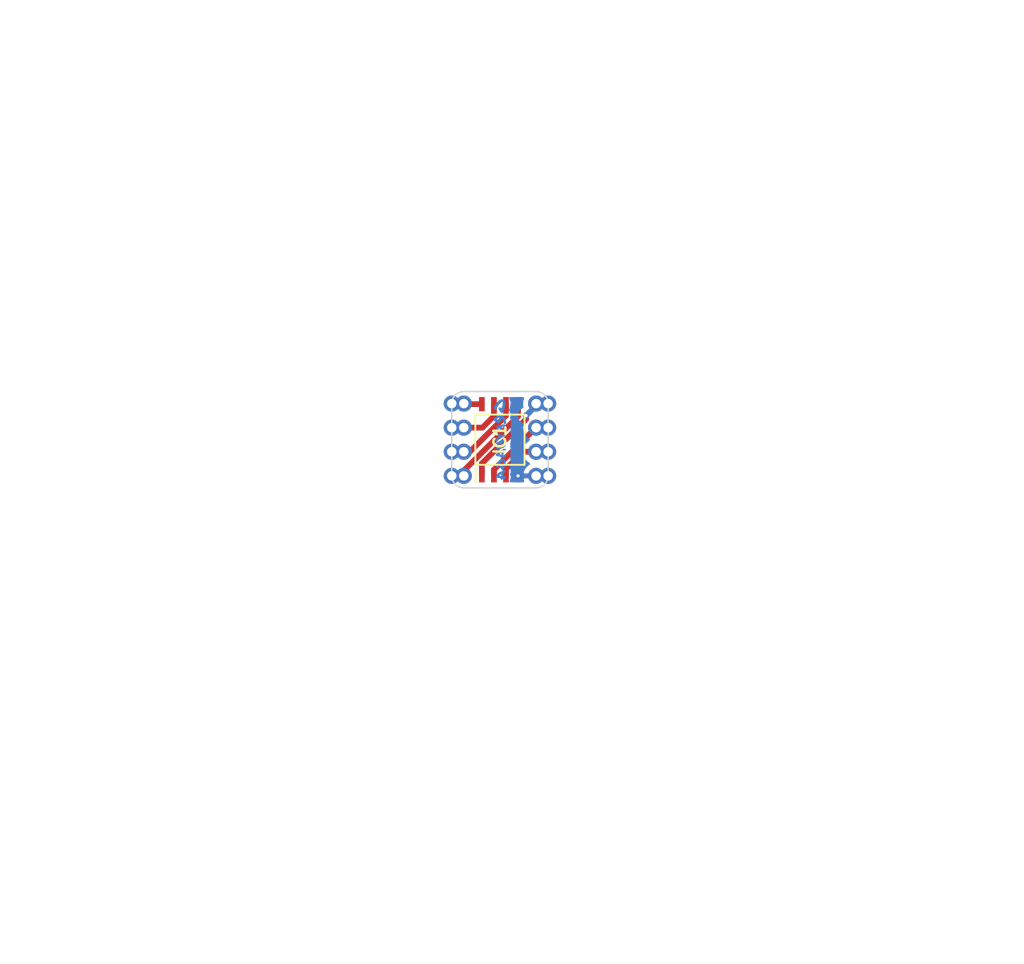
<source format=kicad_pcb>
(kicad_pcb (version 20171130) (host pcbnew 5.1.4-e60b266~84~ubuntu18.04.1)

  (general
    (thickness 1.6)
    (drawings 8)
    (tracks 25)
    (zones 0)
    (modules 4)
    (nets 9)
  )

  (page A4)
  (layers
    (0 F.Cu signal)
    (31 B.Cu signal)
    (34 B.Paste user)
    (35 F.Paste user)
    (36 B.SilkS user)
    (37 F.SilkS user)
    (38 B.Mask user)
    (39 F.Mask user)
    (44 Edge.Cuts user)
    (45 Margin user)
    (46 B.CrtYd user)
    (47 F.CrtYd user)
    (48 B.Fab user)
    (49 F.Fab user)
  )

  (setup
    (last_trace_width 0.6096)
    (user_trace_width 0.1524)
    (user_trace_width 0.2032)
    (user_trace_width 0.4)
    (user_trace_width 0.5)
    (user_trace_width 0.6096)
    (user_trace_width 0.8)
    (user_trace_width 1)
    (user_trace_width 2)
    (trace_clearance 0.2)
    (zone_clearance 0.508)
    (zone_45_only no)
    (trace_min 0.1524)
    (via_size 0.6858)
    (via_drill 0.3302)
    (via_min_size 0.508)
    (via_min_drill 0.254)
    (uvia_size 0.762)
    (uvia_drill 0.508)
    (uvias_allowed no)
    (uvia_min_size 0.762)
    (uvia_min_drill 0)
    (edge_width 0.1524)
    (segment_width 0.1524)
    (pcb_text_width 0.1524)
    (pcb_text_size 1.016 1)
    (mod_edge_width 0.1524)
    (mod_text_size 1.016 1.016)
    (mod_text_width 0.1524)
    (pad_size 1.524 1.524)
    (pad_drill 0.762)
    (pad_to_mask_clearance 0.0508)
    (solder_mask_min_width 0.101)
    (pad_to_paste_clearance -0.0762)
    (aux_axis_origin 0 0)
    (visible_elements FFFFFF7F)
    (pcbplotparams
      (layerselection 0x010fc_ffffffff)
      (usegerberextensions false)
      (usegerberattributes false)
      (usegerberadvancedattributes false)
      (creategerberjobfile false)
      (excludeedgelayer true)
      (linewidth 0.100000)
      (plotframeref false)
      (viasonmask false)
      (mode 1)
      (useauxorigin false)
      (hpglpennumber 1)
      (hpglpenspeed 20)
      (hpglpendiameter 15.000000)
      (psnegative false)
      (psa4output false)
      (plotreference true)
      (plotvalue true)
      (plotinvisibletext false)
      (padsonsilk false)
      (subtractmaskfromsilk false)
      (outputformat 1)
      (mirror false)
      (drillshape 0)
      (scaleselection 1)
      (outputdirectory "/home/greynaga/Github/Varios/Reverse-Leds/Attiny85_01/Gerbers/"))
  )

  (net 0 "")
  (net 1 GND)
  (net 2 "Net-(IC1-Pad1)")
  (net 3 "Net-(IC1-Pad2)")
  (net 4 "Net-(IC1-Pad3)")
  (net 5 "Net-(IC1-Pad5)")
  (net 6 "Net-(IC1-Pad6)")
  (net 7 "Net-(IC1-Pad7)")
  (net 8 VCC)

  (net_class Default "This is the default net class."
    (clearance 0.2)
    (trace_width 0.25)
    (via_dia 0.6858)
    (via_drill 0.3302)
    (uvia_dia 0.762)
    (uvia_drill 0.508)
    (add_net GND)
    (add_net "Net-(IC1-Pad1)")
    (add_net "Net-(IC1-Pad2)")
    (add_net "Net-(IC1-Pad3)")
    (add_net "Net-(IC1-Pad5)")
    (add_net "Net-(IC1-Pad6)")
    (add_net "Net-(IC1-Pad7)")
    (add_net VCC)
  )

  (net_class Power ""
    (clearance 0.1524)
    (trace_width 0.6096)
    (via_dia 0.6858)
    (via_drill 0.3302)
    (uvia_dia 0.762)
    (uvia_drill 0.508)
  )

  (module Charly_Plex_6_Leds_Ala_Gaviota_Moon_75mm:firma_Cu_Mask (layer B.Cu) (tedit 5CBE0047) (tstamp 5DA7EFA7)
    (at 147.955 97.155 270)
    (descr "Imported from Firma.svg")
    (tags svg2mod)
    (attr smd)
    (fp_text reference U2 (at 0 3.730995 270) (layer B.SilkS) hide
      (effects (font (size 1.524 1.524) (thickness 0.3048)) (justify mirror))
    )
    (fp_text value Firma (at 0 -3.730995 270) (layer B.SilkS) hide
      (effects (font (size 1.524 1.524) (thickness 0.3048)) (justify mirror))
    )
    (fp_poly (pts (xy -4.273799 -0.192371) (xy -4.268599 -0.157921) (xy -4.266899 -0.118301) (xy -4.14632 0.091851)
      (xy -3.982678 0.264106) (xy -3.958568 0.288226) (xy -3.939618 0.314066) (xy -3.917228 0.334736)
      (xy -3.886218 0.348516) (xy -3.782866 0.439816) (xy -3.65712 0.519056) (xy -3.526206 0.596566)
      (xy -3.405628 0.682696) (xy -3.376348 0.674096) (xy -3.352228 0.675796) (xy -3.312608 0.629286)
      (xy -3.260928 0.603446) (xy -3.210978 0.572436) (xy -3.174808 0.524206) (xy -3.186868 0.515606)
      (xy -3.181668 0.496656) (xy -3.178268 0.477706) (xy -3.193768 0.469106) (xy -3.181708 0.457046)
      (xy -3.169648 0.444986) (xy -3.174848 0.427766) (xy -3.174848 0.408816) (xy -3.267868 0.355416)
      (xy -3.374666 0.303736) (xy -3.488354 0.243446) (xy -3.602042 0.171096) (xy -3.717453 0.079796)
      (xy -3.827696 -0.027003) (xy -3.927606 -0.142414) (xy -4.006846 -0.257825) (xy -3.998246 -0.273325)
      (xy -3.987916 -0.288825) (xy -3.865615 -0.288825) (xy -3.751927 -0.295725) (xy -3.743327 -0.281945)
      (xy -3.732987 -0.269885) (xy -3.514223 -0.231985) (xy -3.307517 -0.176865) (xy -3.362637 -0.157915)
      (xy -3.362637 -0.140685) (xy -3.343687 -0.123465) (xy -3.390197 -0.082125) (xy -3.410867 -0.014945)
      (xy -3.398807 0.009166) (xy -3.410867 0.031556) (xy -3.421207 0.031556) (xy -3.424607 0.024656)
      (xy -3.428007 0.017756) (xy -3.436607 0.017756) (xy -3.428007 0.048766) (xy -3.417667 0.078046)
      (xy -3.274696 0.172786) (xy -3.219576 0.136616) (xy -3.150676 0.098716) (xy -3.076606 0.059096)
      (xy -3.005986 0.021196) (xy -2.952586 -0.013255) (xy -2.909526 -0.054595) (xy -2.868186 -0.095935)
      (xy -2.818236 -0.130384) (xy -2.814836 -0.175175) (xy -2.811436 -0.216515) (xy -2.890676 -0.316425)
      (xy -2.995751 -0.385325) (xy -3.118052 -0.435275) (xy -3.252411 -0.473175) (xy -3.391937 -0.511075)
      (xy -3.528018 -0.555865) (xy -3.577968 -0.557565) (xy -3.617588 -0.562765) (xy -3.655488 -0.569665)
      (xy -3.696828 -0.574865) (xy -3.708888 -0.578265) (xy -3.715788 -0.586865) (xy -3.777798 -0.592065)
      (xy -3.824308 -0.592065) (xy -3.874258 -0.598965) (xy -3.922488 -0.604165) (xy -4.165367 -0.493922)
      (xy -4.261827 -0.209701) (xy -4.265227 -0.199371) (xy -4.273827 -0.192471) (xy -4.273799 -0.192371)) (layer B.Mask) (width 0))
    (fp_poly (pts (xy -2.738664 -0.460743) (xy -2.315093 0.148895) (xy -2.344373 0.069655) (xy -2.192789 0.109275)
      (xy -2.042927 0.171285) (xy -2.087717 0.272915) (xy -2.163507 0.326315) (xy -2.163513 0.326315)
      (xy -2.213463 0.266025) (xy -2.268583 0.210905) (xy -2.315093 0.148895) (xy -2.738664 -0.460743)
      (xy -2.754164 -0.448683) (xy -2.769664 -0.419403) (xy -2.750714 -0.419403) (xy -2.757614 -0.350503)
      (xy -2.742114 -0.288493) (xy -2.728334 -0.229923) (xy -2.733534 -0.169633) (xy -2.721474 -0.166233)
      (xy -2.714574 -0.142113) (xy -2.712874 -0.111103) (xy -2.714574 -0.083543) (xy -2.680124 0.026701)
      (xy -2.656004 0.138666) (xy -2.633614 0.247187) (xy -2.599164 0.347097) (xy -2.549214 0.340197)
      (xy -2.513044 0.317807) (xy -2.418304 0.417717) (xy -2.335624 0.531405) (xy -2.239164 0.631315)
      (xy -2.106527 0.682995) (xy -2.013507 0.619265) (xy -1.929097 0.536585) (xy -1.903257 0.517635)
      (xy -1.875697 0.500405) (xy -1.875697 0.474565) (xy -1.836077 0.421165) (xy -1.806797 0.357435)
      (xy -1.780957 0.290255) (xy -1.753397 0.226525) (xy -1.756797 0.207575) (xy -1.753397 0.192075)
      (xy -1.748197 0.174855) (xy -1.746497 0.152465) (xy -1.806787 0.004326) (xy -1.934256 -0.086975)
      (xy -2.09273 -0.147265) (xy -2.246037 -0.200665) (xy -2.239137 -0.207565) (xy -2.233937 -0.217895)
      (xy -2.154697 -0.267845) (xy -2.101297 -0.300575) (xy -2.046177 -0.321245) (xy -1.961767 -0.341915)
      (xy -1.879087 -0.362585) (xy -1.823967 -0.374645) (xy -1.772287 -0.381545) (xy -1.698217 -0.390145)
      (xy -1.667207 -0.434935) (xy -1.649977 -0.486615) (xy -1.648277 -0.536565) (xy -1.662057 -0.572735)
      (xy -1.653457 -0.579635) (xy -1.636237 -0.579635) (xy -1.656907 -0.600305) (xy -1.674137 -0.624425)
      (xy -1.694807 -0.646815) (xy -1.722367 -0.658875) (xy -1.880842 -0.660575) (xy -2.127166 -0.581335)
      (xy -2.247744 -0.531385) (xy -2.328704 -0.488325) (xy -2.392434 -0.441815) (xy -2.459614 -0.381525)
      (xy -2.466514 -0.388425) (xy -2.471714 -0.395325) (xy -2.499274 -0.507289) (xy -2.550954 -0.59514)
      (xy -2.588854 -0.60034) (xy -2.611244 -0.61929) (xy -2.637084 -0.61759) (xy -2.652584 -0.60899)
      (xy -2.668084 -0.59865) (xy -2.695644 -0.59525) (xy -2.705984 -0.56597) (xy -2.733544 -0.55219)
      (xy -2.730144 -0.52635) (xy -2.735344 -0.505679) (xy -2.742244 -0.48501) (xy -2.738844 -0.46089)
      (xy -2.738664 -0.460743)) (layer B.Mask) (width 0))
    (fp_poly (pts (xy -0.685386 0.360913) (xy -0.685386 0.341963) (xy -0.687086 0.331633) (xy -0.687086 0.319573)
      (xy -0.683686 0.302343) (xy -0.768096 0.221383) (xy -0.869726 0.190373) (xy -0.983414 0.171423)
      (xy -1.097102 0.126633) (xy -1.138442 0.126633) (xy -1.190122 0.121433) (xy -1.215962 0.105933)
      (xy -1.246972 0.097333) (xy -1.241772 0.064602) (xy -1.236572 0.038763) (xy -1.103935 0.040463)
      (xy -0.959241 0.049063) (xy -0.960941 0.037003) (xy -0.962641 0.028403) (xy -0.938521 0.006013)
      (xy -0.914401 -0.018108) (xy -0.890281 -0.038778) (xy -0.859271 -0.043978) (xy -0.850671 -0.074988)
      (xy -0.854071 -0.107718) (xy -0.909191 -0.147338) (xy -0.967761 -0.181788) (xy -1.031491 -0.207628)
      (xy -1.105561 -0.214528) (xy -1.119341 -0.214528) (xy -1.129681 -0.209328) (xy -1.169301 -0.214528)
      (xy -1.207201 -0.219728) (xy -1.253711 -0.212828) (xy -1.300221 -0.205928) (xy -1.350171 -0.283438)
      (xy -1.389791 -0.371288) (xy -1.293331 -0.378188) (xy -1.219261 -0.372988) (xy -1.148641 -0.364388)
      (xy -1.057341 -0.360988) (xy -0.976381 -0.336868) (xy -0.888531 -0.316198) (xy -0.864411 -0.335148)
      (xy -0.845461 -0.359268) (xy -0.824791 -0.378218) (xy -0.798951 -0.385118) (xy -0.790351 -0.402348)
      (xy -0.785151 -0.419568) (xy -0.779951 -0.435068) (xy -0.764451 -0.438468) (xy -0.824741 -0.526318)
      (xy -0.900531 -0.571108) (xy -0.996991 -0.595218) (xy -1.112402 -0.615888) (xy -1.138242 -0.614188)
      (xy -1.162362 -0.610788) (xy -1.257102 -0.626288) (xy -1.369068 -0.631488) (xy -1.477588 -0.615988)
      (xy -1.561988 -0.571198) (xy -1.580938 -0.543638) (xy -1.603328 -0.517798) (xy -1.610228 -0.467848)
      (xy -1.620558 -0.411008) (xy -1.629158 -0.350718) (xy -1.625758 -0.297318) (xy -1.605088 -0.250808)
      (xy -1.593028 -0.206018) (xy -1.582688 -0.197418) (xy -1.568908 -0.190518) (xy -1.546518 -0.131948)
      (xy -1.522398 -0.078548) (xy -1.496558 -0.026868) (xy -1.470718 0.033423) (xy -1.506888 0.081653)
      (xy -1.522388 0.135053) (xy -1.530988 0.190173) (xy -1.543048 0.248743) (xy -1.501708 0.290083)
      (xy -1.446588 0.317643) (xy -1.382848 0.334873) (xy -1.310498 0.350373) (xy -1.188197 0.384823)
      (xy -1.081399 0.403773) (xy -0.971156 0.419273) (xy -0.841965 0.439943) (xy -0.812685 0.424443)
      (xy -0.797185 0.433043) (xy -0.788585 0.443373) (xy -0.745525 0.393423) (xy -0.685235 0.360693)
      (xy -0.685386 0.360913)) (layer B.Mask) (width 0))
    (fp_poly (pts (xy -0.175512 -0.157575) (xy -0.196182 -0.183415) (xy -0.213412 -0.212695) (xy -0.232362 -0.248865)
      (xy -0.258202 -0.279875) (xy -0.275432 -0.321215) (xy -0.302992 -0.353945) (xy -0.383952 -0.503807)
      (xy -0.394292 -0.534817) (xy -0.409792 -0.562377) (xy -0.416692 -0.574437) (xy -0.421892 -0.583037)
      (xy -0.425292 -0.600267) (xy -0.444242 -0.624387) (xy -0.463192 -0.643337) (xy -0.475252 -0.657117)
      (xy -0.501092 -0.667447) (xy -0.654398 -0.533089) (xy -0.652698 -0.515859) (xy -0.647498 -0.498639)
      (xy -0.640598 -0.477969) (xy -0.625098 -0.429739) (xy -0.595818 -0.386679) (xy -0.580318 -0.348779)
      (xy -0.538978 -0.267819) (xy -0.501078 -0.202359) (xy -0.478688 -0.164459) (xy -0.520028 -0.114509)
      (xy -0.559648 -0.031829) (xy -0.583768 0.038792) (xy -0.588968 0.076692) (xy -0.595868 0.109422)
      (xy -0.604468 0.147322) (xy -0.607868 0.186942) (xy -0.618198 0.211062) (xy -0.614798 0.228292)
      (xy -0.613098 0.259302) (xy -0.621698 0.300642) (xy -0.630298 0.338542) (xy -0.631998 0.379882)
      (xy -0.621658 0.417782) (xy -0.588928 0.450512) (xy -0.559648 0.452212) (xy -0.530368 0.434982)
      (xy -0.501088 0.419482) (xy -0.464918 0.402252) (xy -0.428748 0.379862) (xy -0.416688 0.355742)
      (xy -0.394298 0.336792) (xy -0.394298 0.317842) (xy -0.392598 0.298892) (xy -0.385698 0.271332)
      (xy -0.378798 0.250661) (xy -0.373598 0.204152) (xy -0.363268 0.164532) (xy -0.352938 0.124912)
      (xy -0.351238 0.080122) (xy -0.334008 0.092182) (xy -0.327108 0.097382) (xy -0.320208 0.102582)
      (xy -0.218578 0.240386) (xy -0.221978 0.257616) (xy -0.185808 0.292066) (xy -0.159968 0.317906)
      (xy -0.137578 0.343746) (xy -0.118628 0.357526) (xy 0.038124 0.464324) (xy 0.062244 0.467724)
      (xy 0.069144 0.445334) (xy 0.096704 0.410884) (xy 0.143214 0.381604) (xy 0.158714 0.371264)
      (xy 0.167314 0.345424) (xy 0.165614 0.329924) (xy 0.172514 0.312694) (xy 0.138064 0.252404)
      (xy 0.100164 0.217954) (xy 0.070884 0.192114) (xy 0.051934 0.164554) (xy 0.039874 0.150774)
      (xy -0.006636 0.095654) (xy -0.011836 0.074984) (xy -0.032506 0.074984) (xy -0.041106 0.068084)
      (xy -0.058336 0.038804) (xy -0.075556 0.016414) (xy -0.084156 0.007813) (xy -0.089356 -0.005967)
      (xy -0.094556 -0.019747) (xy -0.122116 -0.054197) (xy -0.134176 -0.078317) (xy -0.147956 -0.105877)
      (xy -0.166906 -0.131717) (xy -0.175512 -0.157575)) (layer B.Mask) (width 0))
    (fp_poly (pts (xy 0.33264 -0.295379) (xy 0.31025 -0.314329) (xy 0.29647 -0.343609) (xy 0.28441 -0.372889)
      (xy 0.26718 -0.384949) (xy 0.25685 -0.409069) (xy 0.24307 -0.431459) (xy 0.23274 -0.455579)
      (xy 0.23614 -0.484859) (xy 0.21892 -0.514139) (xy 0.21032 -0.550309) (xy 0.19654 -0.579589)
      (xy 0.15864 -0.589929) (xy 0.15694 -0.598529) (xy 0.16214 -0.610589) (xy 0.13286 -0.612289)
      (xy 0.11047 -0.620889) (xy 0.05535 -0.584719) (xy 0.01745 -0.527879) (xy -0.01183 -0.462419)
      (xy -0.03595 -0.405579) (xy -0.03425 -0.369409) (xy -0.04631 -0.338399) (xy -0.02497 -0.293239)
      (xy -0.00314 -0.247319) (xy 0.01917 -0.200649) (xy 0.04197 -0.153229) (xy 0.06525 -0.105049)
      (xy 0.08902 -0.056119) (xy 0.11327 -0.006429) (xy 0.13801 0.044012) (xy 0.16283 0.094752)
      (xy 0.18732 0.145322) (xy 0.21149 0.195732) (xy 0.23534 0.245982) (xy 0.25886 0.296072)
      (xy 0.28206 0.346002) (xy 0.30494 0.395772) (xy 0.32749 0.445372) (xy 0.405 0.409202)
      (xy 0.47562 0.364412) (xy 0.53074 0.304122) (xy 0.56002 0.230052) (xy 0.55142 0.221452)
      (xy 0.54452 0.219752) (xy 0.55142 0.207692) (xy 0.55142 0.200792) (xy 0.55142 0.190452)
      (xy 0.55662 0.174952) (xy 0.54629 0.173252) (xy 0.53595 0.173252) (xy 0.53935 0.142242)
      (xy 0.53245 0.119852) (xy 0.52385 0.099182) (xy 0.52555 0.071622) (xy 0.51695 0.068222)
      (xy 0.51355 0.063021) (xy 0.50835 0.057822) (xy 0.50145 0.057822) (xy 0.50485 -0.017969)
      (xy 0.50145 -0.095479) (xy 0.50315 -0.176439) (xy 0.51521 -0.262569) (xy 0.61339 -0.169549)
      (xy 0.67368 -0.04208) (xy 0.70985 0.109505) (xy 0.73569 0.27487) (xy 0.75981 0.31277)
      (xy 0.77531 0.35928) (xy 0.78909 0.40923) (xy 0.80632 0.45574) (xy 0.84938 0.43851)
      (xy 0.88383 0.41095) (xy 0.91656 0.38339) (xy 0.95962 0.36789) (xy 0.99752 0.31105)
      (xy 1.01991 0.25248) (xy 1.00613 0.22147) (xy 0.99753 0.18702) (xy 0.98375 0.15429)
      (xy 0.95963 0.13017) (xy 0.94585 0.04749) (xy 0.93035 -0.024861) (xy 0.91829 -0.100651)
      (xy 0.91489 -0.185051) (xy 0.88561 -0.269451) (xy 0.86149 -0.350411) (xy 0.81843 -0.403811)
      (xy 0.7857 -0.465821) (xy 0.7771 -0.469221) (xy 0.76504 -0.464021) (xy 0.76504 -0.474361)
      (xy 0.75984 -0.481261) (xy 0.75644 -0.488161) (xy 0.75984 -0.501941) (xy 0.71678 -0.531221)
      (xy 0.67544 -0.565671) (xy 0.62376 -0.586341) (xy 0.54625 -0.574281) (xy 0.420504 -0.455425)
      (xy 0.332654 -0.295228) (xy 0.33264 -0.295379)) (layer B.Mask) (width 0))
    (fp_poly (pts (xy 1.886378 -0.464189) (xy 1.388562 -0.166188) (xy 1.481582 -0.159288) (xy 1.576322 -0.143788)
      (xy 1.550482 -0.03699) (xy 1.521202 0.074977) (xy 1.510872 0.057747) (xy 1.443692 -0.023214)
      (xy 1.390292 -0.107624) (xy 1.369622 -0.138634) (xy 1.350672 -0.169644) (xy 1.369622 -0.167944)
      (xy 1.388572 -0.166244) (xy 1.388562 -0.166188) (xy 1.886378 -0.464189) (xy 1.855368 -0.524479)
      (xy 1.808858 -0.577879) (xy 1.750288 -0.615779) (xy 1.681388 -0.633009) (xy 1.650378 -0.620949)
      (xy 1.634878 -0.610619) (xy 1.624538 -0.605419) (xy 1.617638 -0.600219) (xy 1.596968 -0.591619)
      (xy 1.603868 -0.569229) (xy 1.602168 -0.548559) (xy 1.581498 -0.526169) (xy 1.571158 -0.515829)
      (xy 1.562558 -0.505498) (xy 1.533278 -0.472769) (xy 1.579788 -0.460709) (xy 1.636638 -0.429699)
      (xy 1.648698 -0.365959) (xy 1.590128 -0.364259) (xy 1.543618 -0.376319) (xy 1.479888 -0.391819)
      (xy 1.410988 -0.397019) (xy 1.385148 -0.397019) (xy 1.359308 -0.393619) (xy 1.342088 -0.390219)
      (xy 1.335188 -0.369549) (xy 1.328288 -0.362649) (xy 1.309338 -0.340259) (xy 1.305938 -0.302359)
      (xy 1.295608 -0.271349) (xy 1.280108 -0.314409) (xy 1.273208 -0.331639) (xy 1.255978 -0.335039)
      (xy 1.250778 -0.343639) (xy 1.249078 -0.352239) (xy 1.240478 -0.381519) (xy 1.233578 -0.388419)
      (xy 1.226678 -0.393619) (xy 1.218078 -0.424629) (xy 1.207738 -0.453909) (xy 1.192238 -0.498699)
      (xy 1.188838 -0.540039) (xy 1.181938 -0.558989) (xy 1.162988 -0.576219) (xy 1.142318 -0.586549)
      (xy 1.131978 -0.593449) (xy 1.123378 -0.596849) (xy 1.118178 -0.615799) (xy 1.097508 -0.619199)
      (xy 1.069948 -0.624399) (xy 1.052718 -0.626099) (xy 1.035488 -0.624399) (xy 1.006208 -0.600279)
      (xy 0.982088 -0.581329) (xy 0.964868 -0.550319) (xy 0.961468 -0.531369) (xy 0.958068 -0.514139)
      (xy 0.952868 -0.503809) (xy 0.930478 -0.483139) (xy 0.949428 -0.467639) (xy 0.951128 -0.438359)
      (xy 1.023478 -0.26955) (xy 1.104438 -0.104185) (xy 1.130278 -0.049065) (xy 1.157838 0.006056)
      (xy 1.156138 0.018116) (xy 1.159538 0.033616) (xy 1.190548 0.085296) (xy 1.214668 0.133526)
      (xy 1.242228 0.190366) (xy 1.280128 0.247206) (xy 1.307688 0.259265) (xy 1.319748 0.262666)
      (xy 1.335248 0.266066) (xy 1.361088 0.262666) (xy 1.445488 0.324676) (xy 1.519558 0.422866)
      (xy 1.536788 0.446976) (xy 1.559178 0.433196) (xy 1.583298 0.422866) (xy 1.616028 0.414266)
      (xy 1.674598 0.398766) (xy 1.719388 0.372926) (xy 1.731448 0.331586) (xy 1.736648 0.304026)
      (xy 1.745248 0.245456) (xy 1.752148 0.179996) (xy 1.765928 0.121426) (xy 1.777988 0.064586)
      (xy 1.795208 -0.016375) (xy 1.817598 -0.088725) (xy 1.834828 -0.090425) (xy 1.852048 -0.085225)
      (xy 1.874438 -0.081825) (xy 1.893388 -0.080125) (xy 1.900288 -0.097355) (xy 1.917518 -0.114585)
      (xy 1.950248 -0.124925) (xy 1.969198 -0.140425) (xy 1.982978 -0.150765) (xy 2.008818 -0.161095)
      (xy 1.995038 -0.186935) (xy 1.945088 -0.247225) (xy 1.874468 -0.293735) (xy 1.876168 -0.314405)
      (xy 1.881368 -0.333355) (xy 1.889968 -0.393645) (xy 1.889968 -0.457375) (xy 1.886378 -0.464189)) (layer B.Mask) (width 0))
    (fp_poly (pts (xy 3.223076 -0.298824) (xy 3.114555 -0.414235) (xy 2.966416 -0.481415) (xy 2.795884 -0.527925)
      (xy 2.625351 -0.581325) (xy 2.582291 -0.583025) (xy 2.547841 -0.588225) (xy 2.516831 -0.593425)
      (xy 2.482381 -0.596825) (xy 2.473781 -0.600225) (xy 2.468581 -0.607125) (xy 2.415181 -0.612325)
      (xy 2.377281 -0.612325) (xy 2.334221 -0.617525) (xy 2.296321 -0.622725) (xy 2.09306 -0.531425)
      (xy 2.0121 -0.293713) (xy 2.0087 -0.283383) (xy 2.0018 -0.278183) (xy 2.0052 -0.248903)
      (xy 2.0069 -0.217893) (xy 2.10853 -0.042193) (xy 2.244611 0.102502) (xy 2.265281 0.123172)
      (xy 2.280781 0.143842) (xy 2.299731 0.161072) (xy 2.325571 0.173132) (xy 2.411701 0.248922)
      (xy 2.516776 0.314382) (xy 2.625296 0.378112) (xy 2.725206 0.450462) (xy 2.752766 0.445262)
      (xy 2.771716 0.445262) (xy 2.804446 0.409092) (xy 2.847506 0.386702) (xy 2.888846 0.360862)
      (xy 2.918126 0.319522) (xy 2.907786 0.310922) (xy 2.912986 0.295422) (xy 2.914686 0.279922)
      (xy 2.902626 0.273022) (xy 2.912956 0.262682) (xy 2.923296 0.254082) (xy 2.918096 0.240302)
      (xy 2.918096 0.223072) (xy 2.840576 0.180012) (xy 2.752726 0.135222) (xy 2.657986 0.085272)
      (xy 2.563246 0.024982) (xy 2.468506 -0.052539) (xy 2.375486 -0.140389) (xy 2.291076 -0.236849)
      (xy 2.223896 -0.333309) (xy 2.230796 -0.347089) (xy 2.239396 -0.359149) (xy 2.341026 -0.359149)
      (xy 2.437486 -0.364349) (xy 2.444386 -0.354009) (xy 2.452986 -0.343669) (xy 2.635576 -0.312659)
      (xy 2.807831 -0.266149) (xy 2.781991 -0.257549) (xy 2.761321 -0.248949) (xy 2.761321 -0.235169)
      (xy 2.778551 -0.221389) (xy 2.738931 -0.186939) (xy 2.721701 -0.131819) (xy 2.732031 -0.111149)
      (xy 2.721701 -0.092199) (xy 2.713101 -0.092199) (xy 2.709701 -0.097399) (xy 2.708001 -0.104299)
      (xy 2.699401 -0.102599) (xy 2.706301 -0.076759) (xy 2.716641 -0.052649) (xy 2.835496 0.026592)
      (xy 2.882006 -0.004419) (xy 2.938846 -0.037149) (xy 3.000856 -0.069879) (xy 3.061146 -0.100889)
      (xy 3.104206 -0.128449) (xy 3.140376 -0.164619) (xy 3.174826 -0.199069) (xy 3.217886 -0.228349)
      (xy 3.219586 -0.264519) (xy 3.222986 -0.298969) (xy 3.223076 -0.298824)) (layer B.Mask) (width 0))
    (fp_poly (pts (xy 4.151377 -0.452496) (xy 3.657161 -0.147681) (xy 3.750181 -0.140781) (xy 3.844921 -0.12528)
      (xy 3.819081 -0.018483) (xy 3.789801 0.093484) (xy 3.779461 0.076254) (xy 3.712281 -0.004707)
      (xy 3.658881 -0.089117) (xy 3.638211 -0.120127) (xy 3.619261 -0.151137) (xy 3.638211 -0.149437)
      (xy 3.657161 -0.147737) (xy 3.657161 -0.147681) (xy 4.151377 -0.452496) (xy 4.120367 -0.512786)
      (xy 4.073857 -0.566186) (xy 4.015287 -0.604086) (xy 3.946387 -0.621316) (xy 3.915377 -0.609256)
      (xy 3.899877 -0.598926) (xy 3.889537 -0.593726) (xy 3.882637 -0.588526) (xy 3.861967 -0.579926)
      (xy 3.868867 -0.557536) (xy 3.867167 -0.536866) (xy 3.846497 -0.514476) (xy 3.836157 -0.504135)
      (xy 3.827557 -0.493806) (xy 3.798277 -0.461076) (xy 3.844787 -0.449016) (xy 3.901637 -0.418006)
      (xy 3.913697 -0.354266) (xy 3.855127 -0.352566) (xy 3.808617 -0.364626) (xy 3.744887 -0.380126)
      (xy 3.675987 -0.385326) (xy 3.650147 -0.385326) (xy 3.624307 -0.381926) (xy 3.607087 -0.378526)
      (xy 3.600187 -0.357856) (xy 3.593287 -0.350956) (xy 3.574337 -0.328566) (xy 3.570937 -0.290666)
      (xy 3.560607 -0.259655) (xy 3.545107 -0.302716) (xy 3.538207 -0.319946) (xy 3.520977 -0.323346)
      (xy 3.515777 -0.331946) (xy 3.514077 -0.340546) (xy 3.505477 -0.369826) (xy 3.498577 -0.376726)
      (xy 3.491677 -0.381926) (xy 3.483077 -0.412936) (xy 3.472737 -0.442216) (xy 3.457237 -0.487006)
      (xy 3.453837 -0.528346) (xy 3.446937 -0.547296) (xy 3.427987 -0.564526) (xy 3.407317 -0.574856)
      (xy 3.396977 -0.581756) (xy 3.388377 -0.585156) (xy 3.383177 -0.604106) (xy 3.362507 -0.607506)
      (xy 3.334947 -0.612706) (xy 3.317717 -0.614406) (xy 3.300487 -0.612706) (xy 3.271207 -0.588586)
      (xy 3.247087 -0.569636) (xy 3.229867 -0.538626) (xy 3.226467 -0.519675) (xy 3.223067 -0.502446)
      (xy 3.217867 -0.492116) (xy 3.195477 -0.471446) (xy 3.214427 -0.455946) (xy 3.216127 -0.426666)
      (xy 3.288477 -0.257857) (xy 3.369437 -0.092492) (xy 3.395277 -0.037372) (xy 3.422837 0.017749)
      (xy 3.421137 0.029809) (xy 3.424537 0.045309) (xy 3.455547 0.096989) (xy 3.479667 0.145219)
      (xy 3.507227 0.202059) (xy 3.545127 0.258898) (xy 3.572687 0.270959) (xy 3.584747 0.274359)
      (xy 3.600247 0.277759) (xy 3.626087 0.274359) (xy 3.710487 0.336369) (xy 3.784557 0.434559)
      (xy 3.801787 0.458669) (xy 3.824177 0.444889) (xy 3.848297 0.434559) (xy 3.881027 0.425959)
      (xy 3.939597 0.410459) (xy 3.984387 0.384619) (xy 3.996447 0.343279) (xy 4.001647 0.315719)
      (xy 4.010247 0.257149) (xy 4.017147 0.191689) (xy 4.030927 0.133119) (xy 4.042987 0.076279)
      (xy 4.060217 -0.004682) (xy 4.082607 -0.077032) (xy 4.099837 -0.078732) (xy 4.117057 -0.073532)
      (xy 4.139447 -0.070132) (xy 4.158397 -0.068432) (xy 4.165297 -0.085662) (xy 4.182527 -0.102892)
      (xy 4.215257 -0.113232) (xy 4.234207 -0.128732) (xy 4.247987 -0.139072) (xy 4.273827 -0.149402)
      (xy 4.260047 -0.175242) (xy 4.210097 -0.235532) (xy 4.139477 -0.282042) (xy 4.141177 -0.302712)
      (xy 4.146377 -0.321662) (xy 4.154977 -0.381952) (xy 4.154977 -0.445682) (xy 4.151377 -0.452496)) (layer B.Mask) (width 0))
    (fp_poly (pts (xy -4.273799 -0.192371) (xy -4.268599 -0.157921) (xy -4.266899 -0.118301) (xy -4.14632 0.091851)
      (xy -3.982678 0.264106) (xy -3.958568 0.288226) (xy -3.939618 0.314066) (xy -3.917228 0.334736)
      (xy -3.886218 0.348516) (xy -3.782866 0.439816) (xy -3.65712 0.519056) (xy -3.526206 0.596566)
      (xy -3.405628 0.682696) (xy -3.376348 0.674096) (xy -3.352228 0.675796) (xy -3.312608 0.629286)
      (xy -3.260928 0.603446) (xy -3.210978 0.572436) (xy -3.174808 0.524206) (xy -3.186868 0.515606)
      (xy -3.181668 0.496656) (xy -3.178268 0.477706) (xy -3.193768 0.469106) (xy -3.181708 0.457046)
      (xy -3.169648 0.444986) (xy -3.174848 0.427766) (xy -3.174848 0.408816) (xy -3.267868 0.355416)
      (xy -3.374666 0.303736) (xy -3.488354 0.243446) (xy -3.602042 0.171096) (xy -3.717453 0.079796)
      (xy -3.827696 -0.027003) (xy -3.927606 -0.142414) (xy -4.006846 -0.257825) (xy -3.998246 -0.273325)
      (xy -3.987916 -0.288825) (xy -3.865615 -0.288825) (xy -3.751927 -0.295725) (xy -3.743327 -0.281945)
      (xy -3.732987 -0.269885) (xy -3.514223 -0.231985) (xy -3.307517 -0.176865) (xy -3.362637 -0.157915)
      (xy -3.362637 -0.140685) (xy -3.343687 -0.123465) (xy -3.390197 -0.082125) (xy -3.410867 -0.014945)
      (xy -3.398807 0.009166) (xy -3.410867 0.031556) (xy -3.421207 0.031556) (xy -3.424607 0.024656)
      (xy -3.428007 0.017756) (xy -3.436607 0.017756) (xy -3.428007 0.048766) (xy -3.417667 0.078046)
      (xy -3.274696 0.172786) (xy -3.219576 0.136616) (xy -3.150676 0.098716) (xy -3.076606 0.059096)
      (xy -3.005986 0.021196) (xy -2.952586 -0.013255) (xy -2.909526 -0.054595) (xy -2.868186 -0.095935)
      (xy -2.818236 -0.130384) (xy -2.814836 -0.175175) (xy -2.811436 -0.216515) (xy -2.890676 -0.316425)
      (xy -2.995751 -0.385325) (xy -3.118052 -0.435275) (xy -3.252411 -0.473175) (xy -3.391937 -0.511075)
      (xy -3.528018 -0.555865) (xy -3.577968 -0.557565) (xy -3.617588 -0.562765) (xy -3.655488 -0.569665)
      (xy -3.696828 -0.574865) (xy -3.708888 -0.578265) (xy -3.715788 -0.586865) (xy -3.777798 -0.592065)
      (xy -3.824308 -0.592065) (xy -3.874258 -0.598965) (xy -3.922488 -0.604165) (xy -4.165367 -0.493922)
      (xy -4.261827 -0.209701) (xy -4.265227 -0.199371) (xy -4.273827 -0.192471) (xy -4.273799 -0.192371)) (layer B.Cu) (width 0))
    (fp_poly (pts (xy -2.738664 -0.460743) (xy -2.315093 0.148895) (xy -2.344373 0.069655) (xy -2.192789 0.109275)
      (xy -2.042927 0.171285) (xy -2.087717 0.272915) (xy -2.163507 0.326315) (xy -2.163513 0.326315)
      (xy -2.213463 0.266025) (xy -2.268583 0.210905) (xy -2.315093 0.148895) (xy -2.738664 -0.460743)
      (xy -2.754164 -0.448683) (xy -2.769664 -0.419403) (xy -2.750714 -0.419403) (xy -2.757614 -0.350503)
      (xy -2.742114 -0.288493) (xy -2.728334 -0.229923) (xy -2.733534 -0.169633) (xy -2.721474 -0.166233)
      (xy -2.714574 -0.142113) (xy -2.712874 -0.111103) (xy -2.714574 -0.083543) (xy -2.680124 0.026701)
      (xy -2.656004 0.138666) (xy -2.633614 0.247187) (xy -2.599164 0.347097) (xy -2.549214 0.340197)
      (xy -2.513044 0.317807) (xy -2.418304 0.417717) (xy -2.335624 0.531405) (xy -2.239164 0.631315)
      (xy -2.106527 0.682995) (xy -2.013507 0.619265) (xy -1.929097 0.536585) (xy -1.903257 0.517635)
      (xy -1.875697 0.500405) (xy -1.875697 0.474565) (xy -1.836077 0.421165) (xy -1.806797 0.357435)
      (xy -1.780957 0.290255) (xy -1.753397 0.226525) (xy -1.756797 0.207575) (xy -1.753397 0.192075)
      (xy -1.748197 0.174855) (xy -1.746497 0.152465) (xy -1.806787 0.004326) (xy -1.934256 -0.086975)
      (xy -2.09273 -0.147265) (xy -2.246037 -0.200665) (xy -2.239137 -0.207565) (xy -2.233937 -0.217895)
      (xy -2.154697 -0.267845) (xy -2.101297 -0.300575) (xy -2.046177 -0.321245) (xy -1.961767 -0.341915)
      (xy -1.879087 -0.362585) (xy -1.823967 -0.374645) (xy -1.772287 -0.381545) (xy -1.698217 -0.390145)
      (xy -1.667207 -0.434935) (xy -1.649977 -0.486615) (xy -1.648277 -0.536565) (xy -1.662057 -0.572735)
      (xy -1.653457 -0.579635) (xy -1.636237 -0.579635) (xy -1.656907 -0.600305) (xy -1.674137 -0.624425)
      (xy -1.694807 -0.646815) (xy -1.722367 -0.658875) (xy -1.880842 -0.660575) (xy -2.127166 -0.581335)
      (xy -2.247744 -0.531385) (xy -2.328704 -0.488325) (xy -2.392434 -0.441815) (xy -2.459614 -0.381525)
      (xy -2.466514 -0.388425) (xy -2.471714 -0.395325) (xy -2.499274 -0.507289) (xy -2.550954 -0.59514)
      (xy -2.588854 -0.60034) (xy -2.611244 -0.61929) (xy -2.637084 -0.61759) (xy -2.652584 -0.60899)
      (xy -2.668084 -0.59865) (xy -2.695644 -0.59525) (xy -2.705984 -0.56597) (xy -2.733544 -0.55219)
      (xy -2.730144 -0.52635) (xy -2.735344 -0.505679) (xy -2.742244 -0.48501) (xy -2.738844 -0.46089)
      (xy -2.738664 -0.460743)) (layer B.Cu) (width 0))
    (fp_poly (pts (xy -0.685386 0.360913) (xy -0.685386 0.341963) (xy -0.687086 0.331633) (xy -0.687086 0.319573)
      (xy -0.683686 0.302343) (xy -0.768096 0.221383) (xy -0.869726 0.190373) (xy -0.983414 0.171423)
      (xy -1.097102 0.126633) (xy -1.138442 0.126633) (xy -1.190122 0.121433) (xy -1.215962 0.105933)
      (xy -1.246972 0.097333) (xy -1.241772 0.064602) (xy -1.236572 0.038763) (xy -1.103935 0.040463)
      (xy -0.959241 0.049063) (xy -0.960941 0.037003) (xy -0.962641 0.028403) (xy -0.938521 0.006013)
      (xy -0.914401 -0.018108) (xy -0.890281 -0.038778) (xy -0.859271 -0.043978) (xy -0.850671 -0.074988)
      (xy -0.854071 -0.107718) (xy -0.909191 -0.147338) (xy -0.967761 -0.181788) (xy -1.031491 -0.207628)
      (xy -1.105561 -0.214528) (xy -1.119341 -0.214528) (xy -1.129681 -0.209328) (xy -1.169301 -0.214528)
      (xy -1.207201 -0.219728) (xy -1.253711 -0.212828) (xy -1.300221 -0.205928) (xy -1.350171 -0.283438)
      (xy -1.389791 -0.371288) (xy -1.293331 -0.378188) (xy -1.219261 -0.372988) (xy -1.148641 -0.364388)
      (xy -1.057341 -0.360988) (xy -0.976381 -0.336868) (xy -0.888531 -0.316198) (xy -0.864411 -0.335148)
      (xy -0.845461 -0.359268) (xy -0.824791 -0.378218) (xy -0.798951 -0.385118) (xy -0.790351 -0.402348)
      (xy -0.785151 -0.419568) (xy -0.779951 -0.435068) (xy -0.764451 -0.438468) (xy -0.824741 -0.526318)
      (xy -0.900531 -0.571108) (xy -0.996991 -0.595218) (xy -1.112402 -0.615888) (xy -1.138242 -0.614188)
      (xy -1.162362 -0.610788) (xy -1.257102 -0.626288) (xy -1.369068 -0.631488) (xy -1.477588 -0.615988)
      (xy -1.561988 -0.571198) (xy -1.580938 -0.543638) (xy -1.603328 -0.517798) (xy -1.610228 -0.467848)
      (xy -1.620558 -0.411008) (xy -1.629158 -0.350718) (xy -1.625758 -0.297318) (xy -1.605088 -0.250808)
      (xy -1.593028 -0.206018) (xy -1.582688 -0.197418) (xy -1.568908 -0.190518) (xy -1.546518 -0.131948)
      (xy -1.522398 -0.078548) (xy -1.496558 -0.026868) (xy -1.470718 0.033423) (xy -1.506888 0.081653)
      (xy -1.522388 0.135053) (xy -1.530988 0.190173) (xy -1.543048 0.248743) (xy -1.501708 0.290083)
      (xy -1.446588 0.317643) (xy -1.382848 0.334873) (xy -1.310498 0.350373) (xy -1.188197 0.384823)
      (xy -1.081399 0.403773) (xy -0.971156 0.419273) (xy -0.841965 0.439943) (xy -0.812685 0.424443)
      (xy -0.797185 0.433043) (xy -0.788585 0.443373) (xy -0.745525 0.393423) (xy -0.685235 0.360693)
      (xy -0.685386 0.360913)) (layer B.Cu) (width 0))
    (fp_poly (pts (xy -0.175512 -0.157575) (xy -0.196182 -0.183415) (xy -0.213412 -0.212695) (xy -0.232362 -0.248865)
      (xy -0.258202 -0.279875) (xy -0.275432 -0.321215) (xy -0.302992 -0.353945) (xy -0.383952 -0.503807)
      (xy -0.394292 -0.534817) (xy -0.409792 -0.562377) (xy -0.416692 -0.574437) (xy -0.421892 -0.583037)
      (xy -0.425292 -0.600267) (xy -0.444242 -0.624387) (xy -0.463192 -0.643337) (xy -0.475252 -0.657117)
      (xy -0.501092 -0.667447) (xy -0.654398 -0.533089) (xy -0.652698 -0.515859) (xy -0.647498 -0.498639)
      (xy -0.640598 -0.477969) (xy -0.625098 -0.429739) (xy -0.595818 -0.386679) (xy -0.580318 -0.348779)
      (xy -0.538978 -0.267819) (xy -0.501078 -0.202359) (xy -0.478688 -0.164459) (xy -0.520028 -0.114509)
      (xy -0.559648 -0.031829) (xy -0.583768 0.038792) (xy -0.588968 0.076692) (xy -0.595868 0.109422)
      (xy -0.604468 0.147322) (xy -0.607868 0.186942) (xy -0.618198 0.211062) (xy -0.614798 0.228292)
      (xy -0.613098 0.259302) (xy -0.621698 0.300642) (xy -0.630298 0.338542) (xy -0.631998 0.379882)
      (xy -0.621658 0.417782) (xy -0.588928 0.450512) (xy -0.559648 0.452212) (xy -0.530368 0.434982)
      (xy -0.501088 0.419482) (xy -0.464918 0.402252) (xy -0.428748 0.379862) (xy -0.416688 0.355742)
      (xy -0.394298 0.336792) (xy -0.394298 0.317842) (xy -0.392598 0.298892) (xy -0.385698 0.271332)
      (xy -0.378798 0.250661) (xy -0.373598 0.204152) (xy -0.363268 0.164532) (xy -0.352938 0.124912)
      (xy -0.351238 0.080122) (xy -0.334008 0.092182) (xy -0.327108 0.097382) (xy -0.320208 0.102582)
      (xy -0.218578 0.240386) (xy -0.221978 0.257616) (xy -0.185808 0.292066) (xy -0.159968 0.317906)
      (xy -0.137578 0.343746) (xy -0.118628 0.357526) (xy 0.038124 0.464324) (xy 0.062244 0.467724)
      (xy 0.069144 0.445334) (xy 0.096704 0.410884) (xy 0.143214 0.381604) (xy 0.158714 0.371264)
      (xy 0.167314 0.345424) (xy 0.165614 0.329924) (xy 0.172514 0.312694) (xy 0.138064 0.252404)
      (xy 0.100164 0.217954) (xy 0.070884 0.192114) (xy 0.051934 0.164554) (xy 0.039874 0.150774)
      (xy -0.006636 0.095654) (xy -0.011836 0.074984) (xy -0.032506 0.074984) (xy -0.041106 0.068084)
      (xy -0.058336 0.038804) (xy -0.075556 0.016414) (xy -0.084156 0.007813) (xy -0.089356 -0.005967)
      (xy -0.094556 -0.019747) (xy -0.122116 -0.054197) (xy -0.134176 -0.078317) (xy -0.147956 -0.105877)
      (xy -0.166906 -0.131717) (xy -0.175512 -0.157575)) (layer B.Cu) (width 0))
    (fp_poly (pts (xy 0.33264 -0.295379) (xy 0.31025 -0.314329) (xy 0.29647 -0.343609) (xy 0.28441 -0.372889)
      (xy 0.26718 -0.384949) (xy 0.25685 -0.409069) (xy 0.24307 -0.431459) (xy 0.23274 -0.455579)
      (xy 0.23614 -0.484859) (xy 0.21892 -0.514139) (xy 0.21032 -0.550309) (xy 0.19654 -0.579589)
      (xy 0.15864 -0.589929) (xy 0.15694 -0.598529) (xy 0.16214 -0.610589) (xy 0.13286 -0.612289)
      (xy 0.11047 -0.620889) (xy 0.05535 -0.584719) (xy 0.01745 -0.527879) (xy -0.01183 -0.462419)
      (xy -0.03595 -0.405579) (xy -0.03425 -0.369409) (xy -0.04631 -0.338399) (xy -0.02497 -0.293239)
      (xy -0.00314 -0.247319) (xy 0.01917 -0.200649) (xy 0.04197 -0.153229) (xy 0.06525 -0.105049)
      (xy 0.08902 -0.056119) (xy 0.11327 -0.006429) (xy 0.13801 0.044012) (xy 0.16283 0.094752)
      (xy 0.18732 0.145322) (xy 0.21149 0.195732) (xy 0.23534 0.245982) (xy 0.25886 0.296072)
      (xy 0.28206 0.346002) (xy 0.30494 0.395772) (xy 0.32749 0.445372) (xy 0.405 0.409202)
      (xy 0.47562 0.364412) (xy 0.53074 0.304122) (xy 0.56002 0.230052) (xy 0.55142 0.221452)
      (xy 0.54452 0.219752) (xy 0.55142 0.207692) (xy 0.55142 0.200792) (xy 0.55142 0.190452)
      (xy 0.55662 0.174952) (xy 0.54629 0.173252) (xy 0.53595 0.173252) (xy 0.53935 0.142242)
      (xy 0.53245 0.119852) (xy 0.52385 0.099182) (xy 0.52555 0.071622) (xy 0.51695 0.068222)
      (xy 0.51355 0.063021) (xy 0.50835 0.057822) (xy 0.50145 0.057822) (xy 0.50485 -0.017969)
      (xy 0.50145 -0.095479) (xy 0.50315 -0.176439) (xy 0.51521 -0.262569) (xy 0.61339 -0.169549)
      (xy 0.67368 -0.04208) (xy 0.70985 0.109505) (xy 0.73569 0.27487) (xy 0.75981 0.31277)
      (xy 0.77531 0.35928) (xy 0.78909 0.40923) (xy 0.80632 0.45574) (xy 0.84938 0.43851)
      (xy 0.88383 0.41095) (xy 0.91656 0.38339) (xy 0.95962 0.36789) (xy 0.99752 0.31105)
      (xy 1.01991 0.25248) (xy 1.00613 0.22147) (xy 0.99753 0.18702) (xy 0.98375 0.15429)
      (xy 0.95963 0.13017) (xy 0.94585 0.04749) (xy 0.93035 -0.024861) (xy 0.91829 -0.100651)
      (xy 0.91489 -0.185051) (xy 0.88561 -0.269451) (xy 0.86149 -0.350411) (xy 0.81843 -0.403811)
      (xy 0.7857 -0.465821) (xy 0.7771 -0.469221) (xy 0.76504 -0.464021) (xy 0.76504 -0.474361)
      (xy 0.75984 -0.481261) (xy 0.75644 -0.488161) (xy 0.75984 -0.501941) (xy 0.71678 -0.531221)
      (xy 0.67544 -0.565671) (xy 0.62376 -0.586341) (xy 0.54625 -0.574281) (xy 0.420504 -0.455425)
      (xy 0.332654 -0.295228) (xy 0.33264 -0.295379)) (layer B.Cu) (width 0))
    (fp_poly (pts (xy 1.886378 -0.464189) (xy 1.388562 -0.166188) (xy 1.481582 -0.159288) (xy 1.576322 -0.143788)
      (xy 1.550482 -0.03699) (xy 1.521202 0.074977) (xy 1.510872 0.057747) (xy 1.443692 -0.023214)
      (xy 1.390292 -0.107624) (xy 1.369622 -0.138634) (xy 1.350672 -0.169644) (xy 1.369622 -0.167944)
      (xy 1.388572 -0.166244) (xy 1.388562 -0.166188) (xy 1.886378 -0.464189) (xy 1.855368 -0.524479)
      (xy 1.808858 -0.577879) (xy 1.750288 -0.615779) (xy 1.681388 -0.633009) (xy 1.650378 -0.620949)
      (xy 1.634878 -0.610619) (xy 1.624538 -0.605419) (xy 1.617638 -0.600219) (xy 1.596968 -0.591619)
      (xy 1.603868 -0.569229) (xy 1.602168 -0.548559) (xy 1.581498 -0.526169) (xy 1.571158 -0.515829)
      (xy 1.562558 -0.505498) (xy 1.533278 -0.472769) (xy 1.579788 -0.460709) (xy 1.636638 -0.429699)
      (xy 1.648698 -0.365959) (xy 1.590128 -0.364259) (xy 1.543618 -0.376319) (xy 1.479888 -0.391819)
      (xy 1.410988 -0.397019) (xy 1.385148 -0.397019) (xy 1.359308 -0.393619) (xy 1.342088 -0.390219)
      (xy 1.335188 -0.369549) (xy 1.328288 -0.362649) (xy 1.309338 -0.340259) (xy 1.305938 -0.302359)
      (xy 1.295608 -0.271349) (xy 1.280108 -0.314409) (xy 1.273208 -0.331639) (xy 1.255978 -0.335039)
      (xy 1.250778 -0.343639) (xy 1.249078 -0.352239) (xy 1.240478 -0.381519) (xy 1.233578 -0.388419)
      (xy 1.226678 -0.393619) (xy 1.218078 -0.424629) (xy 1.207738 -0.453909) (xy 1.192238 -0.498699)
      (xy 1.188838 -0.540039) (xy 1.181938 -0.558989) (xy 1.162988 -0.576219) (xy 1.142318 -0.586549)
      (xy 1.131978 -0.593449) (xy 1.123378 -0.596849) (xy 1.118178 -0.615799) (xy 1.097508 -0.619199)
      (xy 1.069948 -0.624399) (xy 1.052718 -0.626099) (xy 1.035488 -0.624399) (xy 1.006208 -0.600279)
      (xy 0.982088 -0.581329) (xy 0.964868 -0.550319) (xy 0.961468 -0.531369) (xy 0.958068 -0.514139)
      (xy 0.952868 -0.503809) (xy 0.930478 -0.483139) (xy 0.949428 -0.467639) (xy 0.951128 -0.438359)
      (xy 1.023478 -0.26955) (xy 1.104438 -0.104185) (xy 1.130278 -0.049065) (xy 1.157838 0.006056)
      (xy 1.156138 0.018116) (xy 1.159538 0.033616) (xy 1.190548 0.085296) (xy 1.214668 0.133526)
      (xy 1.242228 0.190366) (xy 1.280128 0.247206) (xy 1.307688 0.259265) (xy 1.319748 0.262666)
      (xy 1.335248 0.266066) (xy 1.361088 0.262666) (xy 1.445488 0.324676) (xy 1.519558 0.422866)
      (xy 1.536788 0.446976) (xy 1.559178 0.433196) (xy 1.583298 0.422866) (xy 1.616028 0.414266)
      (xy 1.674598 0.398766) (xy 1.719388 0.372926) (xy 1.731448 0.331586) (xy 1.736648 0.304026)
      (xy 1.745248 0.245456) (xy 1.752148 0.179996) (xy 1.765928 0.121426) (xy 1.777988 0.064586)
      (xy 1.795208 -0.016375) (xy 1.817598 -0.088725) (xy 1.834828 -0.090425) (xy 1.852048 -0.085225)
      (xy 1.874438 -0.081825) (xy 1.893388 -0.080125) (xy 1.900288 -0.097355) (xy 1.917518 -0.114585)
      (xy 1.950248 -0.124925) (xy 1.969198 -0.140425) (xy 1.982978 -0.150765) (xy 2.008818 -0.161095)
      (xy 1.995038 -0.186935) (xy 1.945088 -0.247225) (xy 1.874468 -0.293735) (xy 1.876168 -0.314405)
      (xy 1.881368 -0.333355) (xy 1.889968 -0.393645) (xy 1.889968 -0.457375) (xy 1.886378 -0.464189)) (layer B.Cu) (width 0))
    (fp_poly (pts (xy 3.223076 -0.298824) (xy 3.114555 -0.414235) (xy 2.966416 -0.481415) (xy 2.795884 -0.527925)
      (xy 2.625351 -0.581325) (xy 2.582291 -0.583025) (xy 2.547841 -0.588225) (xy 2.516831 -0.593425)
      (xy 2.482381 -0.596825) (xy 2.473781 -0.600225) (xy 2.468581 -0.607125) (xy 2.415181 -0.612325)
      (xy 2.377281 -0.612325) (xy 2.334221 -0.617525) (xy 2.296321 -0.622725) (xy 2.09306 -0.531425)
      (xy 2.0121 -0.293713) (xy 2.0087 -0.283383) (xy 2.0018 -0.278183) (xy 2.0052 -0.248903)
      (xy 2.0069 -0.217893) (xy 2.10853 -0.042193) (xy 2.244611 0.102502) (xy 2.265281 0.123172)
      (xy 2.280781 0.143842) (xy 2.299731 0.161072) (xy 2.325571 0.173132) (xy 2.411701 0.248922)
      (xy 2.516776 0.314382) (xy 2.625296 0.378112) (xy 2.725206 0.450462) (xy 2.752766 0.445262)
      (xy 2.771716 0.445262) (xy 2.804446 0.409092) (xy 2.847506 0.386702) (xy 2.888846 0.360862)
      (xy 2.918126 0.319522) (xy 2.907786 0.310922) (xy 2.912986 0.295422) (xy 2.914686 0.279922)
      (xy 2.902626 0.273022) (xy 2.912956 0.262682) (xy 2.923296 0.254082) (xy 2.918096 0.240302)
      (xy 2.918096 0.223072) (xy 2.840576 0.180012) (xy 2.752726 0.135222) (xy 2.657986 0.085272)
      (xy 2.563246 0.024982) (xy 2.468506 -0.052539) (xy 2.375486 -0.140389) (xy 2.291076 -0.236849)
      (xy 2.223896 -0.333309) (xy 2.230796 -0.347089) (xy 2.239396 -0.359149) (xy 2.341026 -0.359149)
      (xy 2.437486 -0.364349) (xy 2.444386 -0.354009) (xy 2.452986 -0.343669) (xy 2.635576 -0.312659)
      (xy 2.807831 -0.266149) (xy 2.781991 -0.257549) (xy 2.761321 -0.248949) (xy 2.761321 -0.235169)
      (xy 2.778551 -0.221389) (xy 2.738931 -0.186939) (xy 2.721701 -0.131819) (xy 2.732031 -0.111149)
      (xy 2.721701 -0.092199) (xy 2.713101 -0.092199) (xy 2.709701 -0.097399) (xy 2.708001 -0.104299)
      (xy 2.699401 -0.102599) (xy 2.706301 -0.076759) (xy 2.716641 -0.052649) (xy 2.835496 0.026592)
      (xy 2.882006 -0.004419) (xy 2.938846 -0.037149) (xy 3.000856 -0.069879) (xy 3.061146 -0.100889)
      (xy 3.104206 -0.128449) (xy 3.140376 -0.164619) (xy 3.174826 -0.199069) (xy 3.217886 -0.228349)
      (xy 3.219586 -0.264519) (xy 3.222986 -0.298969) (xy 3.223076 -0.298824)) (layer B.Cu) (width 0))
    (fp_poly (pts (xy 4.151377 -0.452496) (xy 3.657161 -0.147681) (xy 3.750181 -0.140781) (xy 3.844921 -0.12528)
      (xy 3.819081 -0.018483) (xy 3.789801 0.093484) (xy 3.779461 0.076254) (xy 3.712281 -0.004707)
      (xy 3.658881 -0.089117) (xy 3.638211 -0.120127) (xy 3.619261 -0.151137) (xy 3.638211 -0.149437)
      (xy 3.657161 -0.147737) (xy 3.657161 -0.147681) (xy 4.151377 -0.452496) (xy 4.120367 -0.512786)
      (xy 4.073857 -0.566186) (xy 4.015287 -0.604086) (xy 3.946387 -0.621316) (xy 3.915377 -0.609256)
      (xy 3.899877 -0.598926) (xy 3.889537 -0.593726) (xy 3.882637 -0.588526) (xy 3.861967 -0.579926)
      (xy 3.868867 -0.557536) (xy 3.867167 -0.536866) (xy 3.846497 -0.514476) (xy 3.836157 -0.504135)
      (xy 3.827557 -0.493806) (xy 3.798277 -0.461076) (xy 3.844787 -0.449016) (xy 3.901637 -0.418006)
      (xy 3.913697 -0.354266) (xy 3.855127 -0.352566) (xy 3.808617 -0.364626) (xy 3.744887 -0.380126)
      (xy 3.675987 -0.385326) (xy 3.650147 -0.385326) (xy 3.624307 -0.381926) (xy 3.607087 -0.378526)
      (xy 3.600187 -0.357856) (xy 3.593287 -0.350956) (xy 3.574337 -0.328566) (xy 3.570937 -0.290666)
      (xy 3.560607 -0.259655) (xy 3.545107 -0.302716) (xy 3.538207 -0.319946) (xy 3.520977 -0.323346)
      (xy 3.515777 -0.331946) (xy 3.514077 -0.340546) (xy 3.505477 -0.369826) (xy 3.498577 -0.376726)
      (xy 3.491677 -0.381926) (xy 3.483077 -0.412936) (xy 3.472737 -0.442216) (xy 3.457237 -0.487006)
      (xy 3.453837 -0.528346) (xy 3.446937 -0.547296) (xy 3.427987 -0.564526) (xy 3.407317 -0.574856)
      (xy 3.396977 -0.581756) (xy 3.388377 -0.585156) (xy 3.383177 -0.604106) (xy 3.362507 -0.607506)
      (xy 3.334947 -0.612706) (xy 3.317717 -0.614406) (xy 3.300487 -0.612706) (xy 3.271207 -0.588586)
      (xy 3.247087 -0.569636) (xy 3.229867 -0.538626) (xy 3.226467 -0.519675) (xy 3.223067 -0.502446)
      (xy 3.217867 -0.492116) (xy 3.195477 -0.471446) (xy 3.214427 -0.455946) (xy 3.216127 -0.426666)
      (xy 3.288477 -0.257857) (xy 3.369437 -0.092492) (xy 3.395277 -0.037372) (xy 3.422837 0.017749)
      (xy 3.421137 0.029809) (xy 3.424537 0.045309) (xy 3.455547 0.096989) (xy 3.479667 0.145219)
      (xy 3.507227 0.202059) (xy 3.545127 0.258898) (xy 3.572687 0.270959) (xy 3.584747 0.274359)
      (xy 3.600247 0.277759) (xy 3.626087 0.274359) (xy 3.710487 0.336369) (xy 3.784557 0.434559)
      (xy 3.801787 0.458669) (xy 3.824177 0.444889) (xy 3.848297 0.434559) (xy 3.881027 0.425959)
      (xy 3.939597 0.410459) (xy 3.984387 0.384619) (xy 3.996447 0.343279) (xy 4.001647 0.315719)
      (xy 4.010247 0.257149) (xy 4.017147 0.191689) (xy 4.030927 0.133119) (xy 4.042987 0.076279)
      (xy 4.060217 -0.004682) (xy 4.082607 -0.077032) (xy 4.099837 -0.078732) (xy 4.117057 -0.073532)
      (xy 4.139447 -0.070132) (xy 4.158397 -0.068432) (xy 4.165297 -0.085662) (xy 4.182527 -0.102892)
      (xy 4.215257 -0.113232) (xy 4.234207 -0.128732) (xy 4.247987 -0.139072) (xy 4.273827 -0.149402)
      (xy 4.260047 -0.175242) (xy 4.210097 -0.235532) (xy 4.139477 -0.282042) (xy 4.141177 -0.302712)
      (xy 4.146377 -0.321662) (xy 4.154977 -0.381952) (xy 4.154977 -0.445682) (xy 4.151377 -0.452496)) (layer B.Cu) (width 0))
  )

  (module Attiny85:SOT127P798X216-8N (layer F.Cu) (tedit 0) (tstamp 5DA7FA16)
    (at 147.955 97.155 90)
    (descr 8S2)
    (tags "Integrated Circuit")
    (path /5DA83E2C)
    (attr smd)
    (fp_text reference IC1 (at 0 0 90) (layer F.SilkS)
      (effects (font (size 1.27 1.27) (thickness 0.254)))
    )
    (fp_text value ATTINY85-20SU (at 0 0 90) (layer F.SilkS) hide
      (effects (font (size 1.27 1.27) (thickness 0.254)))
    )
    (fp_line (start -4.5 -2.555) (end -3 -2.555) (layer F.SilkS) (width 0.2))
    (fp_line (start -2.645 2.595) (end -2.645 -2.595) (layer F.SilkS) (width 0.2))
    (fp_line (start 2.645 2.595) (end -2.645 2.595) (layer F.SilkS) (width 0.2))
    (fp_line (start 2.645 -2.595) (end 2.645 2.595) (layer F.SilkS) (width 0.2))
    (fp_line (start -2.645 -2.595) (end 2.645 -2.595) (layer F.SilkS) (width 0.2))
    (fp_line (start -2.645 -1.325) (end -1.375 -2.595) (layer F.Fab) (width 0.1))
    (fp_line (start -2.645 2.595) (end -2.645 -2.595) (layer F.Fab) (width 0.1))
    (fp_line (start 2.645 2.595) (end -2.645 2.595) (layer F.Fab) (width 0.1))
    (fp_line (start 2.645 -2.595) (end 2.645 2.595) (layer F.Fab) (width 0.1))
    (fp_line (start -2.645 -2.595) (end 2.645 -2.595) (layer F.Fab) (width 0.1))
    (fp_line (start -4.75 2.875) (end -4.75 -2.875) (layer F.CrtYd) (width 0.05))
    (fp_line (start 4.75 2.875) (end -4.75 2.875) (layer F.CrtYd) (width 0.05))
    (fp_line (start 4.75 -2.875) (end 4.75 2.875) (layer F.CrtYd) (width 0.05))
    (fp_line (start -4.75 -2.875) (end 4.75 -2.875) (layer F.CrtYd) (width 0.05))
    (fp_text user %R (at 0 0 90) (layer F.Fab)
      (effects (font (size 1.27 1.27) (thickness 0.254)))
    )
    (pad 8 smd rect (at 3.75 -1.905 180) (size 0.6 1.5) (layers F.Cu F.Paste F.Mask)
      (net 8 VCC))
    (pad 7 smd rect (at 3.75 -0.635 180) (size 0.6 1.5) (layers F.Cu F.Paste F.Mask)
      (net 7 "Net-(IC1-Pad7)"))
    (pad 6 smd rect (at 3.75 0.635 180) (size 0.6 1.5) (layers F.Cu F.Paste F.Mask)
      (net 6 "Net-(IC1-Pad6)"))
    (pad 5 smd rect (at 3.75 1.905 180) (size 0.6 1.5) (layers F.Cu F.Paste F.Mask)
      (net 5 "Net-(IC1-Pad5)"))
    (pad 4 smd rect (at -3.75 1.905 180) (size 0.6 1.5) (layers F.Cu F.Paste F.Mask)
      (net 1 GND))
    (pad 3 smd rect (at -3.75 0.635 180) (size 0.6 1.5) (layers F.Cu F.Paste F.Mask)
      (net 4 "Net-(IC1-Pad3)"))
    (pad 2 smd rect (at -3.75 -0.635 180) (size 0.6 1.5) (layers F.Cu F.Paste F.Mask)
      (net 3 "Net-(IC1-Pad2)"))
    (pad 1 smd rect (at -3.75 -1.905 180) (size 0.6 1.5) (layers F.Cu F.Paste F.Mask)
      (net 2 "Net-(IC1-Pad1)"))
    (model ${KISYS3DMOD}/Arduino.3dshapes/ATTINY85-20SU.stp
      (at (xyz 0 0 0))
      (scale (xyz 1 1 1))
      (rotate (xyz 0 0 0))
    )
  )

  (module Attiny85:Attiny85_Socket_Castell_Up (layer F.Cu) (tedit 5DA77C2E) (tstamp 5DA7FA23)
    (at 144.145 100.965 180)
    (descr "Through hole straight socket strip, 1x4, 2.54mm pitch")
    (tags "Through hole socket strip THT 1x4 2.54mm single row")
    (path /5DA7EE5F)
    (fp_text reference J1 (at 0 -3.175) (layer F.Fab)
      (effects (font (size 1 1) (thickness 0.15)))
    )
    (fp_text value Conn_01x04 (at 0 10.16) (layer F.Fab)
      (effects (font (size 1 1) (thickness 0.15)))
    )
    (fp_line (start -1.27 -0.635) (end -0.635 -1.27) (layer F.Fab) (width 0.1))
    (pad "" thru_hole circle (at 1.27 0 180) (size 1.7 1.7) (drill 1) (layers *.Cu *.Mask))
    (pad "" thru_hole circle (at 1.27 7.62 180) (size 1.7 1.7) (drill 1) (layers *.Cu *.Mask))
    (pad 4 thru_hole oval (at 0 7.62 180) (size 1.7 1.7) (drill 1) (layers *.Cu *.Mask)
      (net 8 VCC))
    (pad 3 thru_hole oval (at 0 5.08 180) (size 1.7 1.7) (drill 1) (layers *.Cu *.Mask)
      (net 7 "Net-(IC1-Pad7)"))
    (pad 2 thru_hole oval (at 0 2.54 180) (size 1.7 1.7) (drill 1) (layers *.Cu *.Mask)
      (net 6 "Net-(IC1-Pad6)"))
    (pad 1 thru_hole circle (at 0 0 180) (size 1.7 1.7) (drill 1) (layers *.Cu *.Mask)
      (net 5 "Net-(IC1-Pad5)"))
    (pad "" thru_hole circle (at 1.27 2.54 180) (size 1.7 1.7) (drill 1) (layers *.Cu *.Mask))
    (pad "" thru_hole circle (at 1.27 5.08 180) (size 1.7 1.7) (drill 1) (layers *.Cu *.Mask))
  )

  (module Attiny85:Attiny85_Socket_Castell_Down (layer F.Cu) (tedit 5DA77CCA) (tstamp 5DA7FA30)
    (at 151.765 93.345)
    (descr "Through hole straight socket strip, 1x4, 2.54mm pitch")
    (tags "Through hole socket strip THT 1x4 2.54mm single row")
    (path /5DA7FF92)
    (fp_text reference J2 (at 0 -3.175) (layer F.Fab)
      (effects (font (size 1 1) (thickness 0.15)))
    )
    (fp_text value Conn_01x04 (at 0 10.16) (layer F.Fab)
      (effects (font (size 1 1) (thickness 0.15)))
    )
    (fp_line (start -1.27 8.255) (end -0.635 8.89) (layer F.Fab) (width 0.1))
    (pad "" thru_hole circle (at 1.27 5.08) (size 1.7 1.7) (drill 1) (layers *.Cu *.Mask))
    (pad "" thru_hole circle (at 1.27 2.54) (size 1.7 1.7) (drill 1) (layers *.Cu *.Mask))
    (pad 4 thru_hole circle (at 0 0) (size 1.7 1.7) (drill 1) (layers *.Cu *.Mask)
      (net 2 "Net-(IC1-Pad1)"))
    (pad 3 thru_hole oval (at 0 2.54) (size 1.7 1.7) (drill 1) (layers *.Cu *.Mask)
      (net 3 "Net-(IC1-Pad2)"))
    (pad 2 thru_hole oval (at 0 5.08) (size 1.7 1.7) (drill 1) (layers *.Cu *.Mask)
      (net 4 "Net-(IC1-Pad3)"))
    (pad 1 thru_hole oval (at 0 7.62) (size 1.7 1.7) (drill 1) (layers *.Cu *.Mask)
      (net 1 GND))
    (pad "" thru_hole circle (at 1.27 7.62) (size 1.7 1.7) (drill 1) (layers *.Cu *.Mask))
    (pad "" thru_hole circle (at 1.27 0) (size 1.7 1.7) (drill 1) (layers *.Cu *.Mask))
  )

  (gr_arc (start 144.145 100.965) (end 142.875 100.965) (angle -90) (layer Edge.Cuts) (width 0.1524) (tstamp 5DA7EE83))
  (gr_arc (start 144.145 93.345) (end 144.145 92.075) (angle -90) (layer Edge.Cuts) (width 0.1524) (tstamp 5DA7EE80))
  (gr_arc (start 151.765 93.345) (end 153.035 93.345) (angle -90) (layer Edge.Cuts) (width 0.1524) (tstamp 5DA7EE7D))
  (gr_arc (start 151.765 100.965) (end 151.765 102.235) (angle -90) (layer Edge.Cuts) (width 0.1524))
  (gr_line (start 144.145 102.235) (end 151.765 102.235) (layer Edge.Cuts) (width 0.1524) (tstamp 5DA7ED05))
  (gr_line (start 142.875 93.345) (end 142.875 100.965) (layer Edge.Cuts) (width 0.1524))
  (gr_line (start 151.765 92.075) (end 144.145 92.075) (layer Edge.Cuts) (width 0.1524))
  (gr_line (start 153.035 100.965) (end 153.035 93.345) (layer Edge.Cuts) (width 0.1524))

  (via (at 149.86 100.965) (size 0.6858) (drill 0.3302) (layers F.Cu B.Cu) (net 1))
  (via (at 150.70771 94.61501) (size 0.6858) (drill 0.3302) (layers F.Cu B.Cu) (net 2))
  (segment (start 150.70771 94.99881) (end 150.70771 94.61501) (width 0.6096) (layer F.Cu) (net 2))
  (segment (start 146.05 99.65652) (end 150.70771 94.99881) (width 0.6096) (layer F.Cu) (net 2))
  (segment (start 146.05 100.905) (end 146.05 99.65652) (width 0.6096) (layer F.Cu) (net 2))
  (segment (start 151.050609 94.272111) (end 150.70771 94.61501) (width 0.6096) (layer B.Cu) (net 2))
  (segment (start 151.680199 93.642521) (end 151.050609 94.272111) (width 0.6096) (layer B.Cu) (net 2))
  (segment (start 151.680199 93.345) (end 151.680199 93.642521) (width 0.6096) (layer B.Cu) (net 2))
  (segment (start 151.680199 95.954401) (end 151.680199 95.885) (width 0.6096) (layer F.Cu) (net 3))
  (segment (start 147.32 100.905) (end 147.32 100.3146) (width 0.6096) (layer F.Cu) (net 3))
  (segment (start 147.32 100.3146) (end 151.680199 95.954401) (width 0.6096) (layer F.Cu) (net 3))
  (segment (start 148.59 100.905) (end 148.59 100.216358) (width 0.6096) (layer F.Cu) (net 4))
  (segment (start 150.381358 98.425) (end 151.680199 98.425) (width 0.6096) (layer F.Cu) (net 4))
  (segment (start 148.59 100.216358) (end 150.381358 98.425) (width 0.6096) (layer F.Cu) (net 4))
  (segment (start 144.229801 100.331757) (end 144.229801 100.965) (width 0.6096) (layer F.Cu) (net 5))
  (segment (start 149.86 94.701558) (end 144.229801 100.331757) (width 0.6096) (layer F.Cu) (net 5))
  (segment (start 149.86 93.405) (end 149.86 94.701558) (width 0.6096) (layer F.Cu) (net 5))
  (segment (start 144.78 98.425) (end 144.229801 98.425) (width 0.6096) (layer F.Cu) (net 6))
  (segment (start 148.59 93.405) (end 148.59 94.615) (width 0.6096) (layer F.Cu) (net 6))
  (segment (start 148.59 94.615) (end 144.78 98.425) (width 0.6096) (layer F.Cu) (net 6))
  (segment (start 146.106821 95.885) (end 144.229801 95.885) (width 0.6096) (layer F.Cu) (net 7))
  (segment (start 147.32 93.405) (end 147.32 94.671821) (width 0.6096) (layer F.Cu) (net 7))
  (segment (start 147.32 94.671821) (end 146.106821 95.885) (width 0.6096) (layer F.Cu) (net 7))
  (segment (start 144.289801 93.405) (end 144.229801 93.345) (width 0.6096) (layer F.Cu) (net 8))
  (segment (start 146.05 93.405) (end 144.289801 93.405) (width 0.6096) (layer F.Cu) (net 8))

  (zone (net 1) (net_name GND) (layer F.Cu) (tstamp 5DA7EDB6) (hatch edge 0.508)
    (connect_pads (clearance 0.508))
    (min_thickness 0.254)
    (fill yes (arc_segments 32) (thermal_gap 0.508) (thermal_bridge_width 0.508))
    (polygon
      (pts
        (xy 203.2 50.8) (xy 203.2 152.4) (xy 95.25 152.4) (xy 95.25 50.8)
      )
    )
    (filled_polygon
      (pts
        (xy 149.987 100.778) (xy 150.413181 100.778) (xy 150.444845 100.838) (xy 151.55 100.838) (xy 151.55 101.092)
        (xy 150.69625 101.092) (xy 150.63625 101.032) (xy 149.987 101.032) (xy 149.987 101.052) (xy 149.733 101.052)
        (xy 149.733 101.032) (xy 149.713 101.032) (xy 149.713 100.778) (xy 149.733 100.778) (xy 149.733 100.758)
        (xy 149.987 100.758)
      )
    )
  )
  (zone (net 1) (net_name GND) (layer B.Cu) (tstamp 5DA7EDB3) (hatch edge 0.508)
    (connect_pads (clearance 0.508))
    (min_thickness 0.254)
    (fill yes (arc_segments 32) (thermal_gap 0.508) (thermal_bridge_width 0.508))
    (polygon
      (pts
        (xy 203.2 50.8) (xy 203.2 152.4) (xy 95.25 152.4) (xy 95.25 50.8)
      )
    )
    (filled_polygon
      (pts
        (xy 150.337068 92.911842) (xy 150.28 93.19874) (xy 150.28 93.49126) (xy 150.316896 93.676747) (xy 150.245759 93.747885)
        (xy 150.2445 93.748406) (xy 150.084335 93.855425) (xy 149.948125 93.991635) (xy 149.841106 94.1518) (xy 149.76739 94.329767)
        (xy 149.72981 94.518695) (xy 149.72981 94.711325) (xy 149.76739 94.900253) (xy 149.841106 95.07822) (xy 149.948125 95.238385)
        (xy 150.084335 95.374595) (xy 150.2445 95.481614) (xy 150.325382 95.515116) (xy 150.301487 95.593889) (xy 150.272815 95.885)
        (xy 150.301487 96.176111) (xy 150.386401 96.456034) (xy 150.524294 96.714014) (xy 150.709866 96.940134) (xy 150.935986 97.125706)
        (xy 150.990791 97.155) (xy 150.935986 97.184294) (xy 150.709866 97.369866) (xy 150.524294 97.595986) (xy 150.386401 97.853966)
        (xy 150.301487 98.133889) (xy 150.272815 98.425) (xy 150.301487 98.716111) (xy 150.386401 98.996034) (xy 150.524294 99.254014)
        (xy 150.709866 99.480134) (xy 150.935986 99.665706) (xy 151.000523 99.700201) (xy 150.883645 99.769822) (xy 150.667412 99.964731)
        (xy 150.493359 100.19808) (xy 150.368175 100.460901) (xy 150.323524 100.60811) (xy 150.444845 100.838) (xy 151.55 100.838)
        (xy 151.55 101.092) (xy 150.444845 101.092) (xy 150.323524 101.32189) (xy 150.368175 101.469099) (xy 150.39423 101.5238)
        (xy 149.086682 101.5238) (xy 149.092206 101.515263) (xy 149.109664 101.481447) (xy 149.129625 101.449053) (xy 149.138024 101.426517)
        (xy 149.149059 101.405143) (xy 149.159617 101.368579) (xy 149.172905 101.332925) (xy 149.175116 101.324339) (xy 149.192346 101.255439)
        (xy 149.193073 101.250536) (xy 149.194669 101.245836) (xy 149.202163 101.189286) (xy 149.210537 101.132851) (xy 149.210298 101.127892)
        (xy 149.210949 101.122979) (xy 149.207317 101.066056) (xy 149.204569 101.009064) (xy 149.203373 101.004253) (xy 149.203057 100.999301)
        (xy 149.188432 100.944149) (xy 149.174672 100.888794) (xy 149.172561 100.8843) (xy 149.171291 100.87951) (xy 149.168136 100.871225)
        (xy 149.156075 100.840214) (xy 149.154995 100.83808) (xy 149.154331 100.835778) (xy 149.135408 100.799087) (xy 149.150565 100.769264)
        (xy 149.154613 100.754901) (xy 149.160743 100.741297) (xy 149.171394 100.695367) (xy 149.184186 100.649981) (xy 149.185686 100.641243)
        (xy 149.187879 100.627913) (xy 149.191696 100.607681) (xy 149.193787 100.584182) (xy 149.198705 100.561114) (xy 149.199638 100.552297)
        (xy 149.201338 100.535066) (xy 149.20136 100.499083) (xy 149.202681 100.484239) (xy 149.201433 100.472593) (xy 149.202146 100.419197)
        (xy 149.201414 100.411198) (xy 149.201414 100.411136) (xy 149.201403 100.411082) (xy 149.201338 100.410368) (xy 149.199638 100.393137)
        (xy 149.188143 100.335269) (xy 149.177242 100.277469) (xy 149.176095 100.274613) (xy 149.175493 100.271582) (xy 149.152998 100.217101)
        (xy 149.131057 100.162466) (xy 149.129372 100.15988) (xy 149.128196 100.157031) (xy 149.097993 100.111633) (xy 149.14231 99.970107)
        (xy 149.145858 99.953106) (xy 149.151757 99.936775) (xy 149.158489 99.892577) (xy 149.167627 99.84879) (xy 149.167805 99.831419)
        (xy 149.170419 99.814258) (xy 149.170831 99.805401) (xy 149.171113 99.798268) (xy 149.178275 99.764463) (xy 149.190637 99.714122)
        (xy 149.191099 99.703929) (xy 149.193215 99.693943) (xy 149.194136 99.685125) (xy 149.199336 99.631725) (xy 149.199319 99.605298)
        (xy 149.202263 99.579047) (xy 149.202323 99.570504) (xy 149.202332 99.570424) (xy 149.206831 99.537636) (xy 149.208713 99.488925)
        (xy 149.21263 99.440366) (xy 149.211101 99.427127) (xy 149.211616 99.413798) (xy 149.204001 99.365651) (xy 149.198411 99.317254)
        (xy 149.194338 99.304559) (xy 149.192255 99.29139) (xy 149.17544 99.245657) (xy 149.16055 99.199249) (xy 149.156973 99.191136)
        (xy 149.146975 99.168876) (xy 149.149717 99.161518) (xy 149.160752 99.140144) (xy 149.17131 99.10358) (xy 149.184598 99.067926)
        (xy 149.186809 99.05934) (xy 149.204039 98.99044) (xy 149.204766 98.985537) (xy 149.206362 98.980837) (xy 149.213856 98.924287)
        (xy 149.22223 98.867852) (xy 149.221991 98.862893) (xy 149.222642 98.85798) (xy 149.21901 98.801057) (xy 149.216262 98.744065)
        (xy 149.215066 98.739254) (xy 149.21475 98.734302) (xy 149.20013 98.679168) (xy 149.186365 98.623795) (xy 149.184254 98.619301)
        (xy 149.182984 98.614511) (xy 149.179829 98.606226) (xy 149.167768 98.575215) (xy 149.166688 98.573081) (xy 149.166024 98.570779)
        (xy 149.147101 98.534088) (xy 149.162258 98.504265) (xy 149.166306 98.489902) (xy 149.172436 98.476298) (xy 149.183087 98.430368)
        (xy 149.195879 98.384982) (xy 149.197379 98.376244) (xy 149.199572 98.362914) (xy 149.203389 98.342682) (xy 149.20548 98.319183)
        (xy 149.210398 98.296115) (xy 149.211331 98.287298) (xy 149.213031 98.270067) (xy 149.213053 98.234084) (xy 149.214374 98.21924)
        (xy 149.213126 98.207594) (xy 149.213839 98.154198) (xy 149.213107 98.146199) (xy 149.213107 98.146137) (xy 149.213096 98.146083)
        (xy 149.213031 98.145369) (xy 149.211331 98.128138) (xy 149.199836 98.07027) (xy 149.188935 98.01247) (xy 149.187788 98.009614)
        (xy 149.187186 98.006583) (xy 149.164691 97.952102) (xy 149.15701 97.932975) (xy 149.159687 97.915593) (xy 149.165506 97.895564)
        (xy 149.1691 97.854481) (xy 149.175378 97.813721) (xy 149.174488 97.792882) (xy 149.176306 97.772105) (xy 149.171852 97.731103)
        (xy 149.170093 97.689904) (xy 149.168791 97.681134) (xy 149.156731 97.603623) (xy 149.156533 97.602854) (xy 149.156486 97.602062)
        (xy 149.147984 97.569391) (xy 149.161398 97.528409) (xy 149.178016 97.484944) (xy 149.180643 97.469615) (xy 149.185477 97.454845)
        (xy 149.189466 97.422004) (xy 149.196249 97.401036) (xy 149.197886 97.387159) (xy 149.201601 97.373682) (xy 149.205134 97.325709)
        (xy 149.210766 97.277959) (xy 149.209676 97.264028) (xy 149.210703 97.250086) (xy 149.20485 97.202332) (xy 149.201101 97.154406)
        (xy 149.197326 97.14095) (xy 149.195625 97.127076) (xy 149.180614 97.08139) (xy 149.167622 97.035084) (xy 149.161303 97.022614)
        (xy 149.156941 97.009338) (xy 149.154657 97.005283) (xy 149.159171 96.996863) (xy 149.180854 96.962173) (xy 149.188386 96.942353)
        (xy 149.198398 96.923673) (xy 149.201747 96.915463) (xy 149.212077 96.889623) (xy 149.221695 96.856497) (xy 149.234149 96.824336)
        (xy 149.238929 96.797137) (xy 149.246632 96.770608) (xy 149.249632 96.736241) (xy 149.255602 96.702277) (xy 149.255009 96.674665)
        (xy 149.257411 96.647147) (xy 149.25368 96.61286) (xy 149.252939 96.578375) (xy 149.246993 96.5514) (xy 149.244005 96.523944)
        (xy 149.233685 96.491033) (xy 149.22626 96.457351) (xy 149.215188 96.432047) (xy 149.206924 96.405691) (xy 149.19041 96.375416)
        (xy 149.176583 96.343813) (xy 149.16314 96.324495) (xy 149.166266 96.31199) (xy 149.168775 96.295066) (xy 149.173648 96.278672)
        (xy 149.175272 96.269956) (xy 149.195942 96.154545) (xy 149.196789 96.143917) (xy 149.199339 96.133562) (xy 149.201701 96.082245)
        (xy 149.205783 96.031006) (xy 149.204606 96.020902) (xy 149.207956 96.000424) (xy 149.210038 95.968151) (xy 149.215131 95.936211)
        (xy 149.215604 95.927357) (xy 149.220804 95.815391) (xy 149.217967 95.760173) (xy 149.2163 95.704931) (xy 149.215108 95.696145)
        (xy 149.208276 95.64831) (xy 149.21448 95.629255) (xy 149.233547 95.571312) (xy 149.23367 95.570314) (xy 149.233982 95.569355)
        (xy 149.241257 95.508648) (xy 149.248681 95.448309) (xy 149.248714 95.446418) (xy 149.248728 95.446305) (xy 149.248719 95.446183)
        (xy 149.248838 95.439444) (xy 149.250538 95.28097) (xy 149.247433 95.245373) (xy 149.247288 95.20963) (xy 149.242061 95.183781)
        (xy 149.239769 95.157508) (xy 149.229806 95.123181) (xy 149.222723 95.088158) (xy 149.220067 95.079699) (xy 149.140838 94.833408)
        (xy 149.147553 94.819274) (xy 149.152818 94.798486) (xy 149.173104 94.755054) (xy 149.175221 94.746457) (xy 149.178746 94.738329)
        (xy 149.190027 94.686342) (xy 149.202741 94.63472) (xy 149.203148 94.625875) (xy 149.205027 94.617217) (xy 149.205995 94.564023)
        (xy 149.20844 94.510921) (xy 149.20792 94.50207) (xy 149.20622 94.47623) (xy 149.204358 94.464936) (xy 149.204313 94.453489)
        (xy 149.194289 94.403876) (xy 149.186056 94.353951) (xy 149.182037 94.343237) (xy 149.179769 94.332014) (xy 149.1603 94.285296)
        (xy 149.15679 94.275941) (xy 149.153369 94.260677) (xy 149.13832 94.22661) (xy 149.12599 94.191499) (xy 149.11335 94.170083)
        (xy 149.103292 94.147314) (xy 149.081913 94.11682) (xy 149.062998 94.084771) (xy 149.046436 94.066215) (xy 149.043051 94.061386)
        (xy 149.074481 93.945678) (xy 149.114033 93.82551) (xy 149.119209 93.802389) (xy 149.127139 93.780057) (xy 149.132716 93.742053)
        (xy 149.141107 93.704573) (xy 149.141694 93.680882) (xy 149.145134 93.65744) (xy 149.145498 93.648581) (xy 149.145992 93.634051)
        (xy 149.146943 93.63184) (xy 149.147949 93.627132) (xy 149.149784 93.622678) (xy 149.160888 93.566561) (xy 149.172834 93.510644)
        (xy 149.172906 93.505829) (xy 149.173841 93.501105) (xy 149.174644 93.492275) (xy 149.179844 93.430265) (xy 149.179532 93.408098)
        (xy 149.182003 93.386068) (xy 149.182065 93.377202) (xy 149.182065 93.374346) (xy 149.182992 93.367635) (xy 149.183193 93.362566)
        (xy 149.184294 93.357619) (xy 149.185306 93.348811) (xy 149.190506 93.300581) (xy 149.190901 93.25977) (xy 149.194023 93.219066)
        (xy 149.191498 93.197936) (xy 149.191704 93.176656) (xy 149.184162 93.136536) (xy 149.17932 93.096011) (xy 149.17274 93.075776)
        (xy 149.168808 93.054859) (xy 149.153617 93.016969) (xy 149.140996 92.978155) (xy 149.137388 92.970056) (xy 149.053936 92.7862)
        (xy 150.38911 92.7862)
      )
    )
  )
)

</source>
